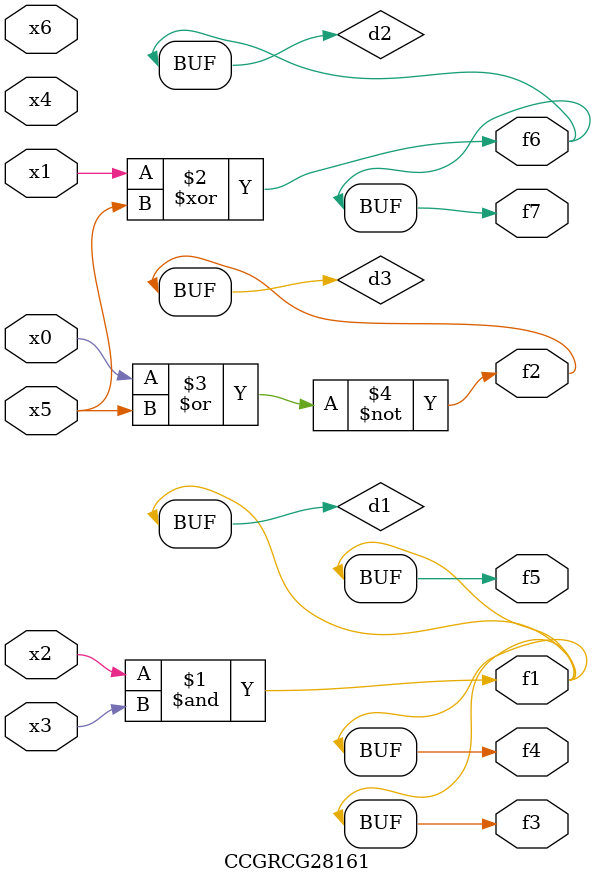
<source format=v>
module CCGRCG28161(
	input x0, x1, x2, x3, x4, x5, x6,
	output f1, f2, f3, f4, f5, f6, f7
);

	wire d1, d2, d3;

	and (d1, x2, x3);
	xor (d2, x1, x5);
	nor (d3, x0, x5);
	assign f1 = d1;
	assign f2 = d3;
	assign f3 = d1;
	assign f4 = d1;
	assign f5 = d1;
	assign f6 = d2;
	assign f7 = d2;
endmodule

</source>
